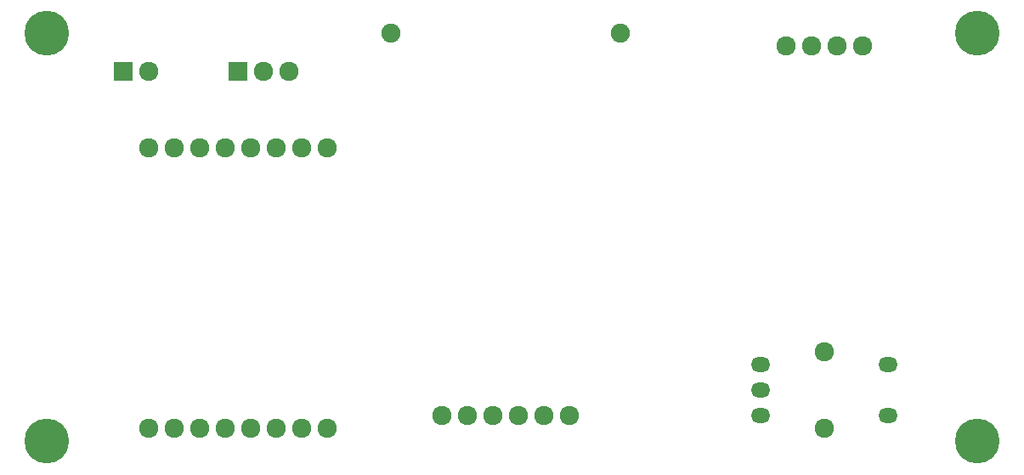
<source format=gbr>
G04 #@! TF.FileFunction,Soldermask,Bot*
%FSLAX46Y46*%
G04 Gerber Fmt 4.6, Leading zero omitted, Abs format (unit mm)*
G04 Created by KiCad (PCBNEW 4.0.6) date Wednesday, 03 May 2017 'PMt' 19:44:35*
%MOMM*%
%LPD*%
G01*
G04 APERTURE LIST*
%ADD10C,0.100000*%
%ADD11C,1.900000*%
%ADD12C,1.924000*%
%ADD13O,1.924000X1.500000*%
%ADD14R,1.924000X1.924000*%
%ADD15C,4.464000*%
G04 APERTURE END LIST*
D10*
D11*
X115570000Y-39370000D03*
D12*
X120650000Y-77470000D03*
X123190000Y-77470000D03*
X125730000Y-77470000D03*
X128270000Y-77470000D03*
X130810000Y-77470000D03*
X133350000Y-77470000D03*
D11*
X138430000Y-39370000D03*
D12*
X91440000Y-78740000D03*
X93980000Y-78740000D03*
X96520000Y-78740000D03*
X99060000Y-78740000D03*
X101600000Y-78740000D03*
X104140000Y-78740000D03*
X106680000Y-78740000D03*
X109220000Y-78740000D03*
X109220000Y-50800000D03*
X106680000Y-50800000D03*
X104140000Y-50800000D03*
X101600000Y-50800000D03*
X99060000Y-50800000D03*
X96520000Y-50800000D03*
X93980000Y-50800000D03*
X91440000Y-50800000D03*
X162560000Y-40640000D03*
X160020000Y-40640000D03*
X157480000Y-40640000D03*
X154940000Y-40640000D03*
D13*
X152400000Y-72390000D03*
X152400000Y-74930000D03*
X152400000Y-77470000D03*
X165100000Y-72390000D03*
X165100000Y-77470000D03*
D12*
X158750000Y-71120000D03*
X158750000Y-78740000D03*
D14*
X100330000Y-43180000D03*
D12*
X102870000Y-43180000D03*
X105410000Y-43180000D03*
D14*
X88900000Y-43180000D03*
D12*
X91440000Y-43180000D03*
D15*
X173990000Y-39370000D03*
X173990000Y-80010000D03*
X81280000Y-39370000D03*
X81280000Y-80010000D03*
M02*

</source>
